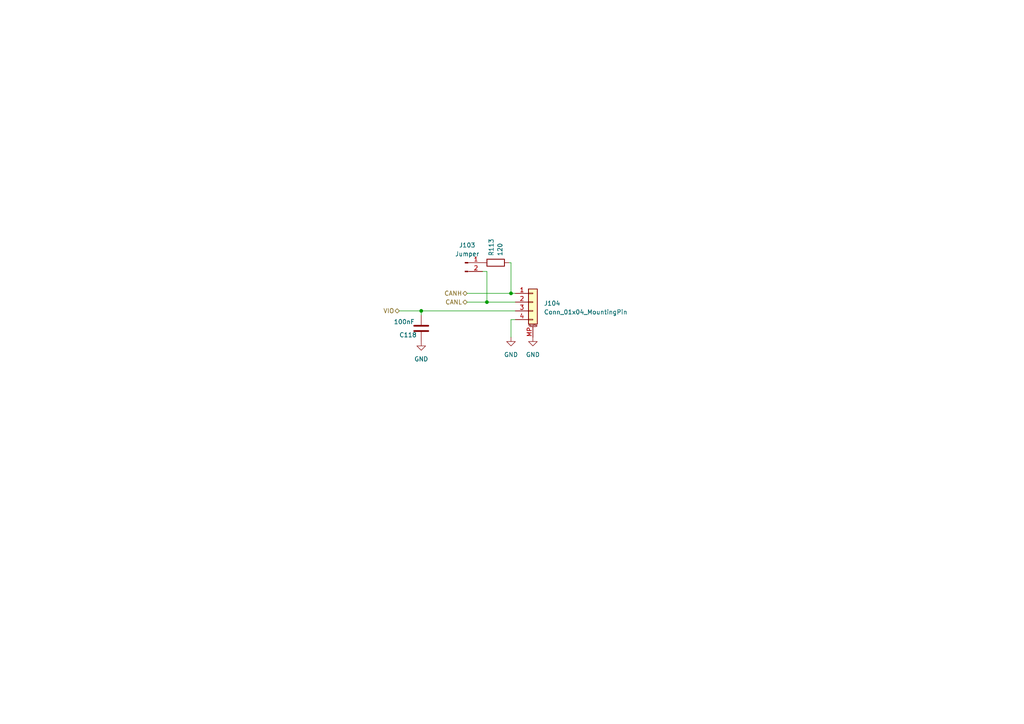
<source format=kicad_sch>
(kicad_sch (version 20231120) (generator "eeschema") (generator_version "8.0")
  (paper "A4")
  (lib_symbols
    (symbol "Connector:Conn_01x02_Pin" (pin_names (offset 1.016) hide)
      (property "Reference" "J" (at 0 2.54 0))
      (property "Value" "Conn_01x02_Pin" (at 0 -5.08 0))
      (symbol "Conn_01x02_Pin_1_1"
        (polyline (pts (xy 1.27 -2.54) (xy 0.8636 -2.54)) (stroke (width 0.1524)))
        (polyline (pts (xy 1.27 0) (xy 0.8636 0)) (stroke (width 0.1524)))
        (rectangle (start 0.8636 -2.413) (end 0 -2.667) (stroke (width 0.1524)) (fill (type outline)))
        (rectangle (start 0.8636 0.127) (end 0 -0.127) (stroke (width 0.1524)) (fill (type outline)))
        (pin passive line (at 5.08 0 180) (length 3.81) (name "Pin_1") (number "1"))
        (pin passive line (at 5.08 -2.54 180) (length 3.81) (name "Pin_2") (number "2"))
      )
    )
    (symbol "Connector_Generic_MountingPin:Conn_01x04_MountingPin" (pin_names (offset 1.016) hide)
      (property "Reference" "J" (at 0 5.08 0))
      (property "Value" "Conn_01x04_MountingPin" (at 1.27 -7.62 0))
      (symbol "Conn_01x04_MountingPin_1_1"
        (rectangle (start -1.27 -4.953) (end 0 -5.207) (stroke (width 0.1524)))
        (rectangle (start -1.27 -2.413) (end 0 -2.667) (stroke (width 0.1524)))
        (rectangle (start -1.27 0.127) (end 0 -0.127) (stroke (width 0.1524)))
        (rectangle (start -1.27 2.667) (end 0 2.413) (stroke (width 0.1524)))
        (rectangle (start -1.27 3.81) (end 1.27 -6.35) (stroke (width 0.254)) (fill (type background)))
        (polyline (pts (xy -1.016 -7.112) (xy 1.016 -7.112)) (stroke (width 0.1524)))
        (text "Mounting" (at 0 -6.731 0) (effects (font (size 0.381 0.381))))
        (pin passive line (at -5.08 2.54 0) (length 3.81) (name "Pin_1") (number "1"))
        (pin passive line (at -5.08 0 0) (length 3.81) (name "Pin_2") (number "2"))
        (pin passive line (at -5.08 -2.54 0) (length 3.81) (name "Pin_3") (number "3"))
        (pin passive line (at -5.08 -5.08 0) (length 3.81) (name "Pin_4") (number "4"))
        (pin passive line (at 0 -10.16 90) (length 3.048) (name "MountPin") (number "MP"))
      )
    )
    (symbol "Device:C" (pin_numbers hide) (pin_names (offset 0.254))
      (property "Reference" "C" (at 0.635 2.54 0))
      (property "Value" "C" (at 0.635 -2.54 0))
      (symbol "C_0_1"
        (polyline (pts (xy -2.032 -0.762) (xy 2.032 -0.762)) (stroke (width 0.508)))
        (polyline (pts (xy -2.032 0.762) (xy 2.032 0.762)) (stroke (width 0.508)))
      )
      (symbol "C_1_1"
        (pin passive line (at 0 3.81 270) (length 2.794) (name "~") (number "1"))
        (pin passive line (at 0 -3.81 90) (length 2.794) (name "~") (number "2"))
      )
    )
    (symbol "Device:R" (pin_numbers hide) (pin_names (offset 0))
      (property "Reference" "R" (at 2.032 0 90))
      (property "Value" "R" (at 0 0 90))
      (symbol "R_0_1"
        (rectangle (start -1.016 -2.54) (end 1.016 2.54) (stroke (width 0.254)))
      )
      (symbol "R_1_1"
        (pin passive line (at 0 3.81 270) (length 1.27) (name "~") (number "1"))
        (pin passive line (at 0 -3.81 90) (length 1.27) (name "~") (number "2"))
      )
    )
    (symbol "power:GND" (power) (pin_names (offset 0))
      (property "Value" "GND" (at 0 -3.81 0))
      (symbol "GND_0_1"
        (polyline (pts (xy 0 0) (xy 0 -1.27) (xy 1.27 -1.27) (xy 0 -2.54) (xy -1.27 -1.27) (xy 0 -1.27)))
      )
      (symbol "GND_1_1"
        (pin power_in line (at 0 0 270) (length 0) hide (name "GND") (number "1"))
      )
    )
  )
  (junction (at 148.209 85.09))
  (junction (at 141.224 87.63))
  (junction (at 122.174 90.17))
  (wire (pts (xy 115.824 90.17) (xy 122.174 90.17)))
  (wire (pts (xy 122.174 90.17) (xy 149.479 90.17)))
  (wire (pts (xy 148.209 76.2) (xy 148.209 85.09)))
  (wire (pts (xy 149.479 92.71) (xy 148.209 92.71)))
  (wire (pts (xy 148.209 85.09) (xy 149.479 85.09)))
  (wire (pts (xy 141.224 78.74) (xy 141.224 87.63)))
  (wire (pts (xy 147.574 76.2) (xy 148.209 76.2)))
  (wire (pts (xy 135.509 87.63) (xy 141.224 87.63)))
  (wire (pts (xy 135.509 85.09) (xy 148.209 85.09)))
  (wire (pts (xy 148.209 92.71) (xy 148.209 97.79)))
  (wire (pts (xy 139.954 78.74) (xy 141.224 78.74)))
  (wire (pts (xy 141.224 87.63) (xy 149.479 87.63)))
  (wire (pts (xy 122.174 90.17) (xy 122.174 91.44)))
  (hierarchical_label "CANH" (shape bidirectional) (at 135.509 85.09 180))
  (hierarchical_label "CANL" (shape bidirectional) (at 135.509 87.63 180))
  (hierarchical_label "VIO" (shape bidirectional) (at 115.824 90.17 180))
  (symbol (lib_id "power:GND") (at 154.559 97.79 0) (unit 1)
    (property "Reference" "#PWR0138" (effects (hide yes)))
    (property "Value" "GND" (at 154.559 102.87 0))
    (instances (project "RCS" (path "" (reference "#PWR0138") (unit 1))) (project "RCS" (path "" (reference "#PWR0303") (unit 1))))
  )
  (symbol (lib_id "Device:C") (at 122.174 95.25 180) (unit 1)
    (property "Reference" "C118" (at 120.904 97.155 0) (effects (justify left)))
    (property "Value" "100nF" (at 120.269 93.345 0) (effects (justify left)))
    (property "Footprint" "Capacitor_SMD:C_0402_1005Metric" (effects (hide yes)))
    (property "LCSC" "C1525" (effects (hide yes)))
    (instances (project "RCS" (path "" (reference "C118") (unit 1))) (project "RCS" (path "" (reference "C301") (unit 1))))
  )
  (symbol (lib_id "power:GND") (at 122.174 99.06 0) (unit 1)
    (property "Reference" "#PWR0136" (effects (hide yes)))
    (property "Value" "GND" (at 122.174 104.14 0))
    (instances (project "RCS" (path "" (reference "#PWR0136") (unit 1))) (project "RCS" (path "" (reference "#PWR0301") (unit 1))))
  )
  (symbol (lib_id "Device:R") (at 143.764 76.2 90) (unit 1)
    (property "Reference" "R113" (at 142.494 74.295 0) (effects (justify left)))
    (property "Value" "120" (at 145.034 74.295 0) (effects (justify left)))
    (property "Footprint" "Resistor_SMD:R_0402_1005Metric" (effects (hide yes)))
    (property "LCSC" "C25079" (effects (hide yes)))
    (instances (project "RCS" (path "" (reference "R113") (unit 1))) (project "RCS" (path "" (reference "R301") (unit 1))))
  )
  (symbol (lib_id "Connector_Generic_MountingPin:Conn_01x04_MountingPin") (at 154.559 87.63 0) (unit 1)
    (property "Reference" "J104" (at 157.734 87.9856 0) (effects (justify left)))
    (property "Value" "Conn_01x04_MountingPin" (at 157.734 90.5256 0) (effects (justify left)))
    (property "Footprint" "WOBCLibrary:Grove_4P_L_SMD" (effects (hide yes)))
    (instances (project "RCS" (path "" (reference "J104") (unit 1))) (project "RCS" (path "" (reference "J302") (unit 1))))
  )
  (symbol (lib_id "Connector:Conn_01x02_Pin") (at 134.874 76.2 0) (unit 1)
    (property "Reference" "J103" (at 135.509 71.12 0))
    (property "Value" "Jumper" (at 135.509 73.66 0))
    (property "Footprint" "Connector_PinHeader_1.27mm:PinHeader_1x02_P1.27mm_Vertical" (effects (hide yes)))
    (instances (project "RCS" (path "" (reference "J103") (unit 1))) (project "RCS" (path "" (reference "J301") (unit 1))))
  )
  (symbol (lib_id "power:GND") (at 148.209 97.79 0) (unit 1)
    (property "Reference" "#PWR0137" (effects (hide yes)))
    (property "Value" "GND" (at 148.209 102.87 0))
    (instances (project "RCS" (path "" (reference "#PWR0137") (unit 1))) (project "RCS" (path "" (reference "#PWR0302") (unit 1))))
  )
)
</source>
